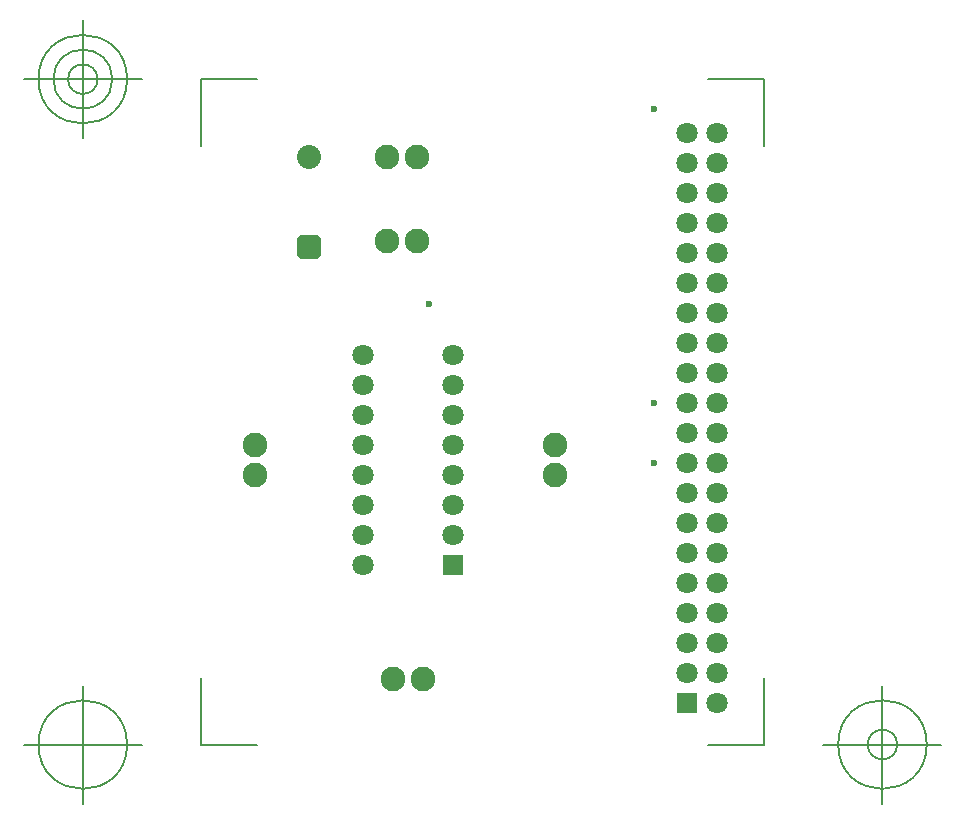
<source format=gbr>
G04 Generated by Ultiboard 14.0 *
%FSLAX34Y34*%
%MOMM*%

%ADD10C,0.0001*%
%ADD11C,0.1270*%
%ADD12C,0.6000*%
%ADD13C,1.8034*%
%ADD14R,1.8034X1.8034*%
%ADD15C,2.0954*%
%ADD16R,1.1854X1.1854*%
%ADD17C,0.8466*%
%ADD18C,2.0320*%


G04 ColorRGB FF00CC for the following layer *
%LNSolder Mask Top*%
%LPD*%
G54D10*
G54D11*
X-233433Y-289306D02*
X-233433Y-232969D01*
X-233433Y-289306D02*
X-185731Y-289306D01*
X243586Y-289306D02*
X195884Y-289306D01*
X243586Y-289306D02*
X243586Y-232969D01*
X243586Y274066D02*
X243586Y217729D01*
X243586Y274066D02*
X195884Y274066D01*
X-233433Y274066D02*
X-185731Y274066D01*
X-233433Y274066D02*
X-233433Y217729D01*
X-283433Y-289306D02*
X-383433Y-289306D01*
X-333433Y-339306D02*
X-333433Y-239306D01*
X-370933Y-289306D02*
G75*
D01*
G02X-370933Y-289306I37500J0*
G01*
X293586Y-289306D02*
X393586Y-289306D01*
X343586Y-339306D02*
X343586Y-239306D01*
X306086Y-289306D02*
G75*
D01*
G02X306086Y-289306I37500J0*
G01*
X331086Y-289306D02*
G75*
D01*
G02X331086Y-289306I12500J0*
G01*
X-283433Y274066D02*
X-383433Y274066D01*
X-333433Y224066D02*
X-333433Y324066D01*
X-370933Y274066D02*
G75*
D01*
G02X-370933Y274066I37500J0*
G01*
X-358433Y274066D02*
G75*
D01*
G02X-358433Y274066I25000J0*
G01*
X-345933Y274066D02*
G75*
D01*
G02X-345933Y274066I12500J0*
G01*
G54D12*
X-40640Y83820D03*
X149860Y0D03*
X149860Y-50800D03*
X149860Y248920D03*
G54D13*
X203200Y-127000D03*
X177800Y-228600D03*
X177800Y-203200D03*
X177800Y-177800D03*
X177800Y-152400D03*
X177800Y-127000D03*
X177800Y-101600D03*
X177800Y-76200D03*
X177800Y-50800D03*
X177800Y-25400D03*
X177800Y0D03*
X177800Y25400D03*
X177800Y50800D03*
X177800Y76200D03*
X177800Y101600D03*
X177800Y127000D03*
X177800Y152400D03*
X177800Y177800D03*
X177800Y203200D03*
X177800Y228600D03*
X203200Y-254000D03*
X203200Y-228600D03*
X203200Y-203200D03*
X203200Y-177800D03*
X203200Y-152400D03*
X203200Y-101600D03*
X203200Y-76200D03*
X203200Y-50800D03*
X203200Y-25400D03*
X203200Y0D03*
X203200Y25400D03*
X203200Y50800D03*
X203200Y76200D03*
X203200Y101600D03*
X203200Y127000D03*
X203200Y152400D03*
X203200Y177800D03*
X203200Y203200D03*
X203200Y228600D03*
X-20320Y-35560D03*
X-96520Y-137160D03*
X-20320Y-86360D03*
X-20320Y-111760D03*
X-20320Y-60960D03*
X-20320Y-10160D03*
X-20320Y15240D03*
X-20320Y40640D03*
X-96520Y15240D03*
X-96520Y-60960D03*
X-96520Y-86360D03*
X-96520Y-111760D03*
X-96520Y-10160D03*
X-96520Y-35560D03*
X-96520Y40640D03*
G54D14*
X177800Y-254000D03*
X-20320Y-137160D03*
G54D15*
X-76200Y208280D03*
X-50800Y208280D03*
X-76200Y137160D03*
X-50800Y137160D03*
X-71120Y-233680D03*
X-45720Y-233680D03*
X66040Y-60960D03*
X66040Y-35560D03*
X-187960Y-60960D03*
X-187960Y-35560D03*
G54D16*
X-142240Y132080D03*
G54D17*
X-148167Y126153D02*
X-136313Y126153D01*
X-136313Y138007D01*
X-148167Y138007D01*
X-148167Y126153D01*D02*
G54D18*
X-142240Y208280D03*

M02*

</source>
